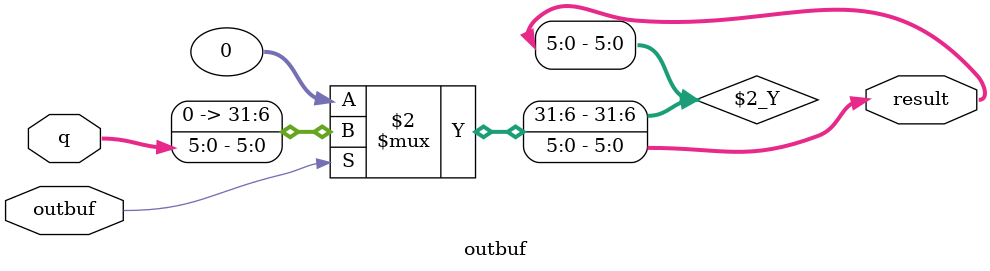
<source format=sv>
`timescale 1ns / 1ps


module data_path(
    input                           clk,
    input                           rst,
    input                           ASrcMuxSel,
    input                           AEn,
    input                           Outbuf,
    input                           EN_cnt,
    output                          ALt10,
    output  [$clog2(55)-1:0]        Outport
    );

    logic   [$clog2(55)-1:0]        d, q, sum;
    logic   [$clog2(10)-1:0]        count;


    mux_2x1 U_MUX_2x1(
        .ASrcMuxSel                 (ASrcMuxSel),
        .adder_res                  (sum),
        .d                          (d)           
    );

    Register U_REG(
        .clk                        (clk),
        .rst                        (rst),
        .en                         (AEn),
        .d                          (d),
        .q                          (q)
    );

    counter U_Counter(
        .clk                        (clk),
        .rst                        (rst),
        .en_cnt                     (EN_cnt),
        .count                      (count)
    );

    Comparator U_Comp(
        .count                      (count),
        .ALt10                      (ALt10)
    );

    adder U_ACC(
        .q                          (q),
        .count                      (count),
        .sum                        (sum)
    );

    outbuf U_BUF(
        .q                          (q),
        .outbuf                     (Outbuf),
        .result                     (Outport)
    );

endmodule

module counter (
    input                           clk,
    input                           rst,
    input                           en_cnt,
    output  reg [$clog2(10)-1:0]    count
);

    always_ff @( posedge clk, posedge rst ) begin
        if (rst) begin
            count <= 0;
        end else if(en_cnt) begin
            count <= count + 1;
        end
        
    end

endmodule

module mux_2x1 (
    input                           ASrcMuxSel,
    input   [$clog2(55)-1:0]        adder_res,
    output  [$clog2(55)-1:0]        d           
);

    assign                          d = (ASrcMuxSel) ? adder_res : 0;

endmodule

module Register (
    input                           clk,
    input                           rst,
    input                           en,
    input   [$clog2(55)-1:0]        d,
    output reg  [$clog2(55)-1:0]    q
);
    always_ff @( posedge clk, posedge rst ) begin
        if (rst) begin
            q <= 0;
        end else if (en) begin
            q <= d;
        end
    end
endmodule

module Comparator (
    input   [$clog2(10)-1:0]        count,
    output                          ALt10
);

    assign                          ALt10 = count < 10;
    
endmodule

module adder (
    input   [$clog2(55)-1:0]        q,
    input   [$clog2(10)-1:0]        count,
    output  [$clog2(55)-1:0]        sum
);

    assign  sum = q + count;
    
endmodule

module outbuf (
    input   [$clog2(55)-1:0]        q,
    input                           outbuf,
    output  [$clog2(55)-1:0]        result
);

    assign                          result = (outbuf) ? q : 0;
    
endmodule
</source>
